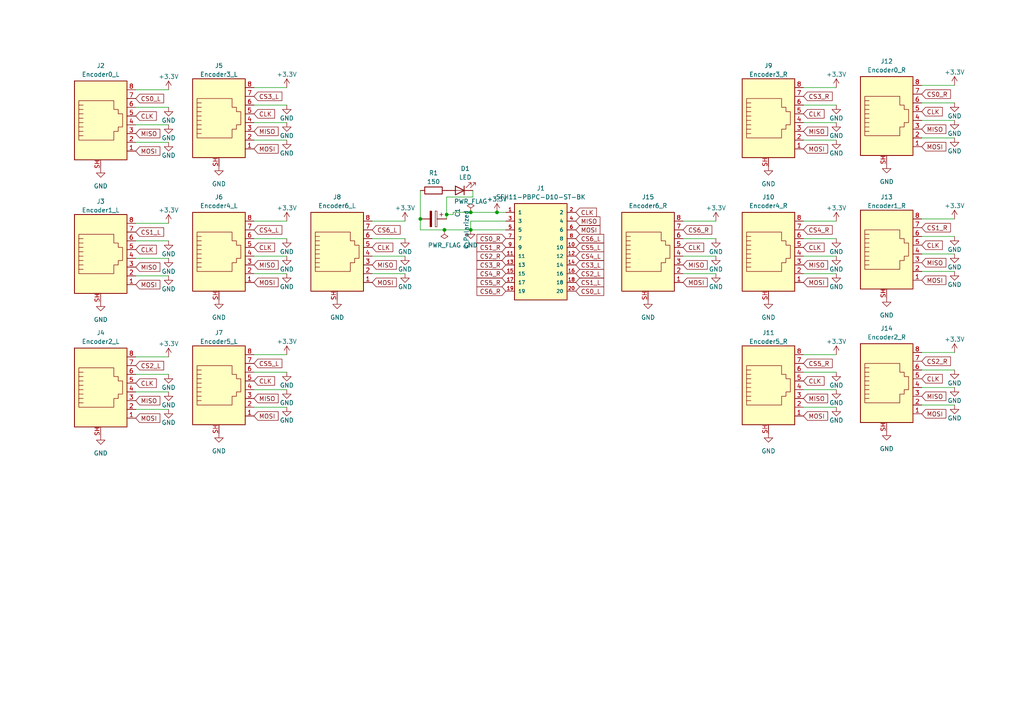
<source format=kicad_sch>
(kicad_sch (version 20230121) (generator eeschema)
  (paper "A4")
  (lib_symbols
    (symbol "Connector:RJ45_Shielded" (pin_names (offset 1.016))
      (property "Reference" "J" (at -5.08 13.97 0))
      (property "Value" "RJ45_Shielded" (at 2.54 13.97 0))
      (symbol "RJ45_Shielded_0_1"
        (polyline (pts (xy -5.08 4.445) (xy -6.35 4.445)))
        (polyline (pts (xy -5.08 5.715) (xy -6.35 5.715)))
        (polyline (pts (xy -6.35 -3.175) (xy -5.08 -3.175) (xy -5.08 -3.175)))
        (polyline (pts (xy -6.35 -1.905) (xy -5.08 -1.905) (xy -5.08 -1.905)))
        (polyline (pts (xy -6.35 -0.635) (xy -5.08 -0.635) (xy -5.08 -0.635)))
        (polyline (pts (xy -6.35 0.635) (xy -5.08 0.635) (xy -5.08 0.635)))
        (polyline (pts (xy -6.35 1.905) (xy -5.08 1.905) (xy -5.08 1.905)))
        (polyline (pts (xy -5.08 3.175) (xy -6.35 3.175) (xy -6.35 3.175)))
        (polyline (pts (xy -6.35 -4.445) (xy -6.35 6.985) (xy 3.81 6.985) (xy 3.81 4.445) (xy 5.08 4.445) (xy 5.08 3.175) (xy 6.35 3.175) (xy 6.35 -0.635) (xy 5.08 -0.635) (xy 5.08 -1.905) (xy 3.81 -1.905) (xy 3.81 -4.445) (xy -6.35 -4.445) (xy -6.35 -4.445)))
        (rectangle (start 7.62 12.7) (end -7.62 -10.16) (stroke (width 0.254)) (fill (type background)))
      )
      (symbol "RJ45_Shielded_1_1"
        (pin passive line (at 10.16 -7.62 180) (length 2.54) (name "~") (number "1"))
        (pin passive line (at 10.16 -5.08 180) (length 2.54) (name "~") (number "2"))
        (pin passive line (at 10.16 -2.54 180) (length 2.54) (name "~") (number "3"))
        (pin passive line (at 10.16 0 180) (length 2.54) (name "~") (number "4"))
        (pin passive line (at 10.16 2.54 180) (length 2.54) (name "~") (number "5"))
        (pin passive line (at 10.16 5.08 180) (length 2.54) (name "~") (number "6"))
        (pin passive line (at 10.16 7.62 180) (length 2.54) (name "~") (number "7"))
        (pin passive line (at 10.16 10.16 180) (length 2.54) (name "~") (number "8"))
        (pin passive line (at 0 -12.7 90) (length 2.54) (name "~") (number "SH"))
      )
    )
    (symbol "Device:C_Polarized" (pin_numbers hide) (pin_names (offset 0.254))
      (property "Reference" "C" (at 0.635 2.54 0))
      (property "Value" "C_Polarized" (at 0.635 -2.54 0))
      (symbol "C_Polarized_0_1"
        (rectangle (start -2.286 0.508) (end 2.286 1.016))
        (polyline (pts (xy -1.778 2.286) (xy -0.762 2.286)))
        (polyline (pts (xy -1.27 2.794) (xy -1.27 1.778)))
        (rectangle (start 2.286 -0.508) (end -2.286 -1.016) (fill (type outline)))
      )
      (symbol "C_Polarized_1_1"
        (pin passive line (at 0 3.81 270) (length 2.794) (name "~") (number "1"))
        (pin passive line (at 0 -3.81 90) (length 2.794) (name "~") (number "2"))
      )
    )
    (symbol "Device:LED" (pin_numbers hide) (pin_names (offset 1.016) hide)
      (property "Reference" "D" (at 0 2.54 0))
      (property "Value" "LED" (at 0 -2.54 0))
      (symbol "LED_0_1"
        (polyline (pts (xy -1.27 -1.27) (xy -1.27 1.27)) (stroke (width 0.254)))
        (polyline (pts (xy -1.27 0) (xy 1.27 0)))
        (polyline (pts (xy 1.27 -1.27) (xy 1.27 1.27) (xy -1.27 0) (xy 1.27 -1.27)) (stroke (width 0.254)))
        (polyline (pts (xy -3.048 -0.762) (xy -4.572 -2.286) (xy -3.81 -2.286) (xy -4.572 -2.286) (xy -4.572 -1.524)))
        (polyline (pts (xy -1.778 -0.762) (xy -3.302 -2.286) (xy -2.54 -2.286) (xy -3.302 -2.286) (xy -3.302 -1.524)))
      )
      (symbol "LED_1_1"
        (pin passive line (at -3.81 0 0) (length 2.54) (name "K") (number "1"))
        (pin passive line (at 3.81 0 180) (length 2.54) (name "A") (number "2"))
      )
    )
    (symbol "Device:R" (pin_numbers hide) (pin_names (offset 0))
      (property "Reference" "R" (at 2.032 0 90))
      (property "Value" "R" (at 0 0 90))
      (symbol "R_0_1"
        (rectangle (start -1.016 -2.54) (end 1.016 2.54) (stroke (width 0.254)))
      )
      (symbol "R_1_1"
        (pin passive line (at 0 3.81 270) (length 1.27) (name "~") (number "1"))
        (pin passive line (at 0 -3.81 90) (length 1.27) (name "~") (number "2"))
      )
    )
    (symbol "SFH11:SFH11-PBPC-D10-ST-BK" (pin_names (offset 1.016))
      (property "Reference" "J" (at -7.6254 15.7591 0))
      (property "Value" "SFH11-PBPC-D10-ST-BK" (at -7.6295 -15.259 0))
      (symbol "SFH11-PBPC-D10-ST-BK_0_0"
        (rectangle (start -7.62 -12.7) (end 7.62 15.24) (stroke (width 0.254)) (fill (type background)))
        (pin passive line (at -10.16 12.7 0) (length 2.54) (name "1") (number "1"))
        (pin passive line (at 10.16 2.54 180) (length 2.54) (name "10") (number "10"))
        (pin passive line (at -10.16 0 0) (length 2.54) (name "11") (number "11"))
        (pin passive line (at 10.16 0 180) (length 2.54) (name "12") (number "12"))
        (pin passive line (at -10.16 -2.54 0) (length 2.54) (name "13") (number "13"))
        (pin passive line (at 10.16 -2.54 180) (length 2.54) (name "14") (number "14"))
        (pin passive line (at -10.16 -5.08 0) (length 2.54) (name "15") (number "15"))
        (pin passive line (at 10.16 -5.08 180) (length 2.54) (name "16") (number "16"))
        (pin passive line (at -10.16 -7.62 0) (length 2.54) (name "17") (number "17"))
        (pin passive line (at 10.16 -7.62 180) (length 2.54) (name "18") (number "18"))
        (pin passive line (at -10.16 -10.16 0) (length 2.54) (name "19") (number "19"))
        (pin passive line (at 10.16 12.7 180) (length 2.54) (name "2") (number "2"))
        (pin passive line (at 10.16 -10.16 180) (length 2.54) (name "20") (number "20"))
        (pin passive line (at -10.16 10.16 0) (length 2.54) (name "3") (number "3"))
        (pin passive line (at 10.16 10.16 180) (length 2.54) (name "4") (number "4"))
        (pin passive line (at -10.16 7.62 0) (length 2.54) (name "5") (number "5"))
        (pin passive line (at 10.16 7.62 180) (length 2.54) (name "6") (number "6"))
        (pin passive line (at -10.16 5.08 0) (length 2.54) (name "7") (number "7"))
        (pin passive line (at 10.16 5.08 180) (length 2.54) (name "8") (number "8"))
        (pin passive line (at -10.16 2.54 0) (length 2.54) (name "9") (number "9"))
      )
    )
    (symbol "power:+3.3V" (power) (pin_names (offset 0))
      (property "Value" "+3.3V" (at 0 3.556 0))
      (symbol "+3.3V_0_1"
        (polyline (pts (xy -0.762 1.27) (xy 0 2.54)))
        (polyline (pts (xy 0 0) (xy 0 2.54)))
        (polyline (pts (xy 0 2.54) (xy 0.762 1.27)))
      )
      (symbol "+3.3V_1_1"
        (pin power_in line (at 0 0 90) (length 0) hide (name "+3.3V") (number "1"))
      )
    )
    (symbol "power:GND" (power) (pin_names (offset 0))
      (property "Value" "GND" (at 0 -3.81 0))
      (symbol "GND_0_1"
        (polyline (pts (xy 0 0) (xy 0 -1.27) (xy 1.27 -1.27) (xy 0 -2.54) (xy -1.27 -1.27) (xy 0 -1.27)))
      )
      (symbol "GND_1_1"
        (pin power_in line (at 0 0 270) (length 0) hide (name "GND") (number "1"))
      )
    )
    (symbol "power:PWR_FLAG" (power) (pin_numbers hide) (pin_names (offset 0) hide)
      (property "Value" "PWR_FLAG" (at 0 3.81 0))
      (symbol "PWR_FLAG_0_0"
        (pin power_out line (at 0 0 90) (length 0) (name "pwr") (number "1"))
      )
      (symbol "PWR_FLAG_0_1"
        (polyline (pts (xy 0 0) (xy 0 1.27) (xy -1.016 1.905) (xy 0 2.54) (xy 1.016 1.905) (xy 0 1.27)))
      )
    )
  )
  (junction (at 144.145 61.595))
  (junction (at 129.54 62.23))
  (junction (at 128.905 66.675))
  (junction (at 136.525 61.595))
  (junction (at 121.92 63.5))
  (junction (at 136.525 66.675))
  (wire (pts (xy 137.16 57.15) (xy 129.54 57.15)))
  (wire (pts (xy 39.37 80.01) (xy 48.895 80.01)))
  (wire (pts (xy 39.37 26.035) (xy 48.895 26.035)))
  (wire (pts (xy 233.045 74.295) (xy 242.57 74.295)))
  (wire (pts (xy 136.525 66.675) (xy 136.525 64.135)))
  (wire (pts (xy 233.045 113.03) (xy 242.57 113.03)))
  (wire (pts (xy 267.335 102.235) (xy 276.86 102.235)))
  (wire (pts (xy 73.66 107.95) (xy 83.185 107.95)))
  (wire (pts (xy 121.92 63.5) (xy 121.92 66.675)))
  (wire (pts (xy 129.54 57.15) (xy 129.54 62.23)))
  (wire (pts (xy 73.66 74.295) (xy 83.185 74.295)))
  (wire (pts (xy 267.335 112.395) (xy 276.86 112.395)))
  (wire (pts (xy 267.335 29.845) (xy 276.86 29.845)))
  (wire (pts (xy 233.045 30.48) (xy 242.57 30.48)))
  (wire (pts (xy 233.045 35.56) (xy 242.57 35.56)))
  (wire (pts (xy 198.12 74.295) (xy 207.645 74.295)))
  (wire (pts (xy 39.37 36.195) (xy 48.895 36.195)))
  (wire (pts (xy 73.66 118.11) (xy 83.185 118.11)))
  (wire (pts (xy 39.37 64.77) (xy 48.895 64.77)))
  (wire (pts (xy 73.66 69.215) (xy 83.185 69.215)))
  (wire (pts (xy 73.66 35.56) (xy 83.185 35.56)))
  (wire (pts (xy 39.37 113.665) (xy 48.895 113.665)))
  (wire (pts (xy 198.12 69.215) (xy 207.645 69.215)))
  (wire (pts (xy 107.95 64.135) (xy 117.475 64.135)))
  (wire (pts (xy 198.12 79.375) (xy 207.645 79.375)))
  (wire (pts (xy 107.95 79.375) (xy 117.475 79.375)))
  (wire (pts (xy 233.045 64.135) (xy 242.57 64.135)))
  (wire (pts (xy 73.66 79.375) (xy 83.185 79.375)))
  (wire (pts (xy 73.66 113.03) (xy 83.185 113.03)))
  (wire (pts (xy 267.335 78.74) (xy 276.86 78.74)))
  (wire (pts (xy 131.445 62.23) (xy 131.445 61.595)))
  (wire (pts (xy 233.045 107.95) (xy 242.57 107.95)))
  (wire (pts (xy 121.92 55.245) (xy 121.92 63.5)))
  (wire (pts (xy 233.045 69.215) (xy 242.57 69.215)))
  (wire (pts (xy 107.95 69.215) (xy 117.475 69.215)))
  (wire (pts (xy 267.335 107.315) (xy 276.86 107.315)))
  (wire (pts (xy 267.335 63.5) (xy 276.86 63.5)))
  (wire (pts (xy 136.525 64.135) (xy 146.685 64.135)))
  (wire (pts (xy 129.54 62.23) (xy 131.445 62.23)))
  (wire (pts (xy 39.37 103.505) (xy 48.895 103.505)))
  (wire (pts (xy 233.045 25.4) (xy 242.57 25.4)))
  (wire (pts (xy 136.525 61.595) (xy 144.145 61.595)))
  (wire (pts (xy 128.905 66.675) (xy 121.92 66.675)))
  (wire (pts (xy 107.95 74.295) (xy 117.475 74.295)))
  (wire (pts (xy 39.37 69.85) (xy 48.895 69.85)))
  (wire (pts (xy 136.525 66.675) (xy 146.685 66.675)))
  (wire (pts (xy 39.37 74.93) (xy 48.895 74.93)))
  (wire (pts (xy 137.16 55.245) (xy 137.16 57.15)))
  (wire (pts (xy 73.66 102.87) (xy 83.185 102.87)))
  (wire (pts (xy 39.37 31.115) (xy 48.895 31.115)))
  (wire (pts (xy 267.335 68.58) (xy 276.86 68.58)))
  (wire (pts (xy 233.045 118.11) (xy 242.57 118.11)))
  (wire (pts (xy 131.445 61.595) (xy 136.525 61.595)))
  (wire (pts (xy 39.37 108.585) (xy 48.895 108.585)))
  (wire (pts (xy 73.66 64.135) (xy 83.185 64.135)))
  (wire (pts (xy 39.37 41.275) (xy 48.895 41.275)))
  (wire (pts (xy 233.045 40.64) (xy 242.57 40.64)))
  (wire (pts (xy 267.335 117.475) (xy 276.86 117.475)))
  (wire (pts (xy 39.37 118.745) (xy 48.895 118.745)))
  (wire (pts (xy 144.145 61.595) (xy 146.685 61.595)))
  (wire (pts (xy 233.045 79.375) (xy 242.57 79.375)))
  (wire (pts (xy 129.54 63.5) (xy 129.54 62.23)))
  (wire (pts (xy 267.335 24.765) (xy 276.86 24.765)))
  (wire (pts (xy 198.12 64.135) (xy 207.645 64.135)))
  (wire (pts (xy 128.905 66.675) (xy 136.525 66.675)))
  (wire (pts (xy 267.335 40.005) (xy 276.86 40.005)))
  (wire (pts (xy 267.335 34.925) (xy 276.86 34.925)))
  (wire (pts (xy 73.66 30.48) (xy 83.185 30.48)))
  (wire (pts (xy 73.66 40.64) (xy 83.185 40.64)))
  (wire (pts (xy 267.335 73.66) (xy 276.86 73.66)))
  (wire (pts (xy 73.66 25.4) (xy 83.185 25.4)))
  (wire (pts (xy 233.045 102.87) (xy 242.57 102.87)))
  (global_label "MISO" (shape input) (at 73.66 38.1 0) (property "Intersheetrefs" "${INTERSHEET_REFS}" (effects hide)))
  (global_label "CS0_L" (shape input) (at 39.37 28.575 0) (property "Intersheetrefs" "${INTERSHEET_REFS}" (effects hide)))
  (global_label "MISO" (shape input) (at 267.335 114.935 0) (property "Intersheetrefs" "${INTERSHEET_REFS}" (effects hide)))
  (global_label "CLK" (shape input) (at 198.12 71.755 0) (property "Intersheetrefs" "${INTERSHEET_REFS}" (effects hide)))
  (global_label "MOSI" (shape input) (at 233.045 120.65 0) (property "Intersheetrefs" "${INTERSHEET_REFS}" (effects hide)))
  (global_label "MISO" (shape input) (at 73.66 115.57 0) (property "Intersheetrefs" "${INTERSHEET_REFS}" (effects hide)))
  (global_label "MOSI" (shape input) (at 73.66 120.65 0) (property "Intersheetrefs" "${INTERSHEET_REFS}" (effects hide)))
  (global_label "CS3_L" (shape input) (at 167.005 76.835 0) (property "Intersheetrefs" "${INTERSHEET_REFS}" (effects hide)))
  (global_label "CLK" (shape input) (at 73.66 33.02 0) (property "Intersheetrefs" "${INTERSHEET_REFS}" (effects hide)))
  (global_label "CS4_R" (shape input) (at 233.045 66.675 0) (property "Intersheetrefs" "${INTERSHEET_REFS}" (effects hide)))
  (global_label "MISO" (shape input) (at 198.12 76.835 0) (property "Intersheetrefs" "${INTERSHEET_REFS}" (effects hide)))
  (global_label "CS5_R" (shape input) (at 233.045 105.41 0) (property "Intersheetrefs" "${INTERSHEET_REFS}" (effects hide)))
  (global_label "CS1_L" (shape input) (at 39.37 67.31 0) (property "Intersheetrefs" "${INTERSHEET_REFS}" (effects hide)))
  (global_label "CLK" (shape input) (at 73.66 71.755 0) (property "Intersheetrefs" "${INTERSHEET_REFS}" (effects hide)))
  (global_label "CS2_R" (shape input) (at 267.335 104.775 0) (property "Intersheetrefs" "${INTERSHEET_REFS}" (effects hide)))
  (global_label "CLK" (shape input) (at 167.005 61.595 0) (property "Intersheetrefs" "${INTERSHEET_REFS}" (effects hide)))
  (global_label "CS2_R" (shape input) (at 146.685 74.295 180) (property "Intersheetrefs" "${INTERSHEET_REFS}" (effects hide)))
  (global_label "MOSI" (shape input) (at 233.045 81.915 0) (property "Intersheetrefs" "${INTERSHEET_REFS}" (effects hide)))
  (global_label "MISO" (shape input) (at 39.37 38.735 0) (property "Intersheetrefs" "${INTERSHEET_REFS}" (effects hide)))
  (global_label "CS5_L" (shape input) (at 73.66 105.41 0) (property "Intersheetrefs" "${INTERSHEET_REFS}" (effects hide)))
  (global_label "CS1_R" (shape input) (at 267.335 66.04 0) (property "Intersheetrefs" "${INTERSHEET_REFS}" (effects hide)))
  (global_label "MOSI" (shape input) (at 39.37 82.55 0) (property "Intersheetrefs" "${INTERSHEET_REFS}" (effects hide)))
  (global_label "CS3_R" (shape input) (at 233.045 27.94 0) (property "Intersheetrefs" "${INTERSHEET_REFS}" (effects hide)))
  (global_label "MISO" (shape input) (at 233.045 38.1 0) (property "Intersheetrefs" "${INTERSHEET_REFS}" (effects hide)))
  (global_label "MISO" (shape input) (at 267.335 37.465 0) (property "Intersheetrefs" "${INTERSHEET_REFS}" (effects hide)))
  (global_label "MOSI" (shape input) (at 107.95 81.915 0) (property "Intersheetrefs" "${INTERSHEET_REFS}" (effects hide)))
  (global_label "CS3_L" (shape input) (at 73.66 27.94 0) (property "Intersheetrefs" "${INTERSHEET_REFS}" (effects hide)))
  (global_label "MISO" (shape input) (at 39.37 77.47 0) (property "Intersheetrefs" "${INTERSHEET_REFS}" (effects hide)))
  (global_label "CS4_R" (shape input) (at 146.685 79.375 180) (property "Intersheetrefs" "${INTERSHEET_REFS}" (effects hide)))
  (global_label "CLK" (shape input) (at 39.37 33.655 0) (property "Intersheetrefs" "${INTERSHEET_REFS}" (effects hide)))
  (global_label "CLK" (shape input) (at 233.045 110.49 0) (property "Intersheetrefs" "${INTERSHEET_REFS}" (effects hide)))
  (global_label "MISO" (shape input) (at 233.045 115.57 0) (property "Intersheetrefs" "${INTERSHEET_REFS}" (effects hide)))
  (global_label "CS4_L" (shape input) (at 167.005 74.295 0) (property "Intersheetrefs" "${INTERSHEET_REFS}" (effects hide)))
  (global_label "CLK" (shape input) (at 233.045 33.02 0) (property "Intersheetrefs" "${INTERSHEET_REFS}" (effects hide)))
  (global_label "CLK" (shape input) (at 267.335 32.385 0) (property "Intersheetrefs" "${INTERSHEET_REFS}" (effects hide)))
  (global_label "MISO" (shape input) (at 39.37 116.205 0) (property "Intersheetrefs" "${INTERSHEET_REFS}" (effects hide)))
  (global_label "CLK" (shape input) (at 267.335 109.855 0) (property "Intersheetrefs" "${INTERSHEET_REFS}" (effects hide)))
  (global_label "CS6_R" (shape input) (at 146.685 84.455 180) (property "Intersheetrefs" "${INTERSHEET_REFS}" (effects hide)))
  (global_label "CS1_R" (shape input) (at 146.685 71.755 180) (property "Intersheetrefs" "${INTERSHEET_REFS}" (effects hide)))
  (global_label "CLK" (shape input) (at 267.335 71.12 0) (property "Intersheetrefs" "${INTERSHEET_REFS}" (effects hide)))
  (global_label "MISO" (shape input) (at 73.66 76.835 0) (property "Intersheetrefs" "${INTERSHEET_REFS}" (effects hide)))
  (global_label "CLK" (shape input) (at 39.37 111.125 0) (property "Intersheetrefs" "${INTERSHEET_REFS}" (effects hide)))
  (global_label "CS0_R" (shape input) (at 267.335 27.305 0) (property "Intersheetrefs" "${INTERSHEET_REFS}" (effects hide)))
  (global_label "MOSI" (shape input) (at 267.335 120.015 0) (property "Intersheetrefs" "${INTERSHEET_REFS}" (effects hide)))
  (global_label "MISO" (shape input) (at 267.335 76.2 0) (property "Intersheetrefs" "${INTERSHEET_REFS}" (effects hide)))
  (global_label "CS0_R" (shape input) (at 146.685 69.215 180) (property "Intersheetrefs" "${INTERSHEET_REFS}" (effects hide)))
  (global_label "CS6_L" (shape input) (at 107.95 66.675 0) (property "Intersheetrefs" "${INTERSHEET_REFS}" (effects hide)))
  (global_label "CS5_L" (shape input) (at 167.005 71.755 0) (property "Intersheetrefs" "${INTERSHEET_REFS}" (effects hide)))
  (global_label "MOSI" (shape input) (at 267.335 81.28 0) (property "Intersheetrefs" "${INTERSHEET_REFS}" (effects hide)))
  (global_label "MOSI" (shape input) (at 73.66 81.915 0) (property "Intersheetrefs" "${INTERSHEET_REFS}" (effects hide)))
  (global_label "CS3_R" (shape input) (at 146.685 76.835 180) (property "Intersheetrefs" "${INTERSHEET_REFS}" (effects hide)))
  (global_label "MOSI" (shape input) (at 167.005 66.675 0) (property "Intersheetrefs" "${INTERSHEET_REFS}" (effects hide)))
  (global_label "CS2_L" (shape input) (at 167.005 79.375 0) (property "Intersheetrefs" "${INTERSHEET_REFS}" (effects hide)))
  (global_label "CLK" (shape input) (at 39.37 72.39 0) (property "Intersheetrefs" "${INTERSHEET_REFS}" (effects hide)))
  (global_label "CS2_L" (shape input) (at 39.37 106.045 0) (property "Intersheetrefs" "${INTERSHEET_REFS}" (effects hide)))
  (global_label "MOSI" (shape input) (at 198.12 81.915 0) (property "Intersheetrefs" "${INTERSHEET_REFS}" (effects hide)))
  (global_label "CS0_L" (shape input) (at 167.005 84.455 0) (property "Intersheetrefs" "${INTERSHEET_REFS}" (effects hide)))
  (global_label "CS1_L" (shape input) (at 167.005 81.915 0) (property "Intersheetrefs" "${INTERSHEET_REFS}" (effects hide)))
  (global_label "MOSI" (shape input) (at 267.335 42.545 0) (property "Intersheetrefs" "${INTERSHEET_REFS}" (effects hide)))
  (global_label "CLK" (shape input) (at 107.95 71.755 0) (property "Intersheetrefs" "${INTERSHEET_REFS}" (effects hide)))
  (global_label "MOSI" (shape input) (at 39.37 43.815 0) (property "Intersheetrefs" "${INTERSHEET_REFS}" (effects hide)))
  (global_label "MISO" (shape input) (at 167.005 64.135 0) (property "Intersheetrefs" "${INTERSHEET_REFS}" (effects hide)))
  (global_label "CS4_L" (shape input) (at 73.66 66.675 0) (property "Intersheetrefs" "${INTERSHEET_REFS}" (effects hide)))
  (global_label "MISO" (shape input) (at 107.95 76.835 0) (property "Intersheetrefs" "${INTERSHEET_REFS}" (effects hide)))
  (global_label "CS6_L" (shape input) (at 167.005 69.215 0) (property "Intersheetrefs" "${INTERSHEET_REFS}" (effects hide)))
  (global_label "MOSI" (shape input) (at 39.37 121.285 0) (property "Intersheetrefs" "${INTERSHEET_REFS}" (effects hide)))
  (global_label "MISO" (shape input) (at 233.045 76.835 0) (property "Intersheetrefs" "${INTERSHEET_REFS}" (effects hide)))
  (global_label "CS5_R" (shape input) (at 146.685 81.915 180) (property "Intersheetrefs" "${INTERSHEET_REFS}" (effects hide)))
  (global_label "MOSI" (shape input) (at 73.66 43.18 0) (property "Intersheetrefs" "${INTERSHEET_REFS}" (effects hide)))
  (global_label "CLK" (shape input) (at 233.045 71.755 0) (property "Intersheetrefs" "${INTERSHEET_REFS}" (effects hide)))
  (global_label "CS6_R" (shape input) (at 198.12 66.675 0) (property "Intersheetrefs" "${INTERSHEET_REFS}" (effects hide)))
  (global_label "CLK" (shape input) (at 73.66 110.49 0) (property "Intersheetrefs" "${INTERSHEET_REFS}" (effects hide)))
  (global_label "MOSI" (shape input) (at 233.045 43.18 0) (property "Intersheetrefs" "${INTERSHEET_REFS}" (effects hide)))
  (symbol (lib_id "Connector:RJ45_Shielded") (at 63.5 74.295 0) (unit 1)
    (property "Reference" "J6" (at 63.5 57.15 0))
    (property "Value" "Encoder4_L" (at 63.5 59.69 0))
    (property "Footprint" "Connector_RJ:RJ45_Ninigi_GE" (effects hide))
  )
  (symbol (lib_id "power:GND") (at 207.645 79.375 0) (unit 1)
    (property "Reference" "#PWR072" (effects hide))
    (property "Value" "GND" (at 207.645 83.185 0))
  )
  (symbol (lib_id "Connector:RJ45_Shielded") (at 63.5 35.56 0) (unit 1)
    (property "Reference" "J5" (at 63.5 19.05 0))
    (property "Value" "Encoder3_L" (at 63.5 21.59 0))
    (property "Footprint" "Connector_RJ:RJ45_Ninigi_GE" (effects hide))
  )
  (symbol (lib_id "power:GND") (at 276.86 78.74 0) (unit 1)
    (property "Reference" "#PWR063" (effects hide))
    (property "Value" "GND" (at 276.86 82.55 0))
  )
  (symbol (lib_id "power:GND") (at 242.57 118.11 0) (unit 1)
    (property "Reference" "#PWR052" (effects hide))
    (property "Value" "GND" (at 242.57 121.92 0))
  )
  (symbol (lib_id "SFH11:SFH11-PBPC-D10-ST-BK") (at 156.845 74.295 0) (unit 1)
    (property "Reference" "J1" (at 156.845 54.61 0))
    (property "Value" "SFH11-PBPC-D10-ST-BK" (at 156.845 57.15 0))
    (property "Footprint" "SFH11-PBPC-D10-ST-BK:SULLINS_SFH11-PBPC-D10-ST-BK" (effects hide))
    (property "PARTREV" "C" (effects hide))
    (property "MANUFACTURER" "Sullins Connector Solutions" (effects hide))
    (property "STANDARD" "Manufacturer Recommendations" (effects hide))
  )
  (symbol (lib_id "power:GND") (at 242.57 74.295 0) (unit 1)
    (property "Reference" "#PWR047" (effects hide))
    (property "Value" "GND" (at 242.57 78.105 0))
  )
  (symbol (lib_id "power:GND") (at 222.885 48.26 0) (unit 1)
    (property "Reference" "#PWR038" (effects hide))
    (property "Value" "GND" (at 222.885 53.34 0))
  )
  (symbol (lib_id "power:GND") (at 48.895 74.93 0) (unit 1)
    (property "Reference" "#PWR011" (effects hide))
    (property "Value" "GND" (at 48.895 78.74 0))
  )
  (symbol (lib_id "power:GND") (at 242.57 35.56 0) (unit 1)
    (property "Reference" "#PWR043" (effects hide))
    (property "Value" "GND" (at 242.57 39.37 0))
  )
  (symbol (lib_id "power:+3.3V") (at 83.185 64.135 0) (unit 1)
    (property "Reference" "#PWR025" (effects hide))
    (property "Value" "+3.3V" (at 83.185 60.325 0))
  )
  (symbol (lib_id "power:GND") (at 276.86 112.395 0) (unit 1)
    (property "Reference" "#PWR066" (effects hide))
    (property "Value" "GND" (at 276.86 116.205 0))
  )
  (symbol (lib_id "power:+3.3V") (at 48.895 26.035 0) (unit 1)
    (property "Reference" "#PWR05" (effects hide))
    (property "Value" "+3.3V" (at 48.895 22.225 0))
  )
  (symbol (lib_id "power:GND") (at 48.895 36.195 0) (unit 1)
    (property "Reference" "#PWR03" (effects hide))
    (property "Value" "GND" (at 48.895 40.005 0))
  )
  (symbol (lib_id "power:GND") (at 48.895 31.115 0) (unit 1)
    (property "Reference" "#PWR04" (effects hide))
    (property "Value" "GND" (at 48.895 34.925 0))
  )
  (symbol (lib_id "Connector:RJ45_Shielded") (at 257.175 73.66 0) (unit 1)
    (property "Reference" "J13" (at 257.175 57.15 0))
    (property "Value" "Encoder1_R" (at 257.175 59.69 0))
    (property "Footprint" "Connector_RJ:RJ45_Ninigi_GE" (effects hide))
  )
  (symbol (lib_id "power:GND") (at 29.21 48.895 0) (unit 1)
    (property "Reference" "#PWR01" (effects hide))
    (property "Value" "GND" (at 29.21 53.975 0))
  )
  (symbol (lib_id "power:GND") (at 276.86 73.66 0) (unit 1)
    (property "Reference" "#PWR062" (effects hide))
    (property "Value" "GND" (at 276.86 77.47 0))
  )
  (symbol (lib_id "power:GND") (at 29.21 87.63 0) (unit 1)
    (property "Reference" "#PWR08" (effects hide))
    (property "Value" "GND" (at 29.21 92.71 0))
  )
  (symbol (lib_id "Device:LED") (at 133.35 55.245 180) (unit 1)
    (property "Reference" "D1" (at 134.9375 48.895 0))
    (property "Value" "LED" (at 134.9375 51.435 0))
    (property "Footprint" "Diode_SMD:D_1206_3216Metric_Pad1.42x1.75mm_HandSolder" (effects hide))
  )
  (symbol (lib_id "power:GND") (at 83.185 69.215 0) (unit 1)
    (property "Reference" "#PWR026" (effects hide))
    (property "Value" "GND" (at 83.185 73.025 0))
  )
  (symbol (lib_id "power:+3.3V") (at 48.895 64.77 0) (unit 1)
    (property "Reference" "#PWR09" (effects hide))
    (property "Value" "+3.3V" (at 48.895 60.96 0))
  )
  (symbol (lib_id "power:GND") (at 83.185 107.95 0) (unit 1)
    (property "Reference" "#PWR030" (effects hide))
    (property "Value" "GND" (at 83.185 111.76 0))
  )
  (symbol (lib_id "power:GND") (at 63.5 48.26 0) (unit 1)
    (property "Reference" "#PWR018" (effects hide))
    (property "Value" "GND" (at 63.5 53.34 0))
  )
  (symbol (lib_id "Connector:RJ45_Shielded") (at 257.175 34.925 0) (unit 1)
    (property "Reference" "J12" (at 257.175 17.78 0))
    (property "Value" "Encoder0_R" (at 257.175 20.32 0))
    (property "Footprint" "Connector_RJ:RJ45_Ninigi_GE" (effects hide))
  )
  (symbol (lib_id "power:+3.3V") (at 117.475 64.135 0) (unit 1)
    (property "Reference" "#PWR034" (effects hide))
    (property "Value" "+3.3V" (at 117.475 60.325 0))
  )
  (symbol (lib_id "power:GND") (at 63.5 86.995 0) (unit 1)
    (property "Reference" "#PWR019" (effects hide))
    (property "Value" "GND" (at 63.5 92.075 0))
  )
  (symbol (lib_id "Connector:RJ45_Shielded") (at 29.21 113.665 0) (unit 1)
    (property "Reference" "J4" (at 29.21 96.52 0))
    (property "Value" "Encoder2_L" (at 29.21 99.06 0))
    (property "Footprint" "Connector_RJ:RJ45_Ninigi_GE" (effects hide))
  )
  (symbol (lib_id "power:GND") (at 276.86 29.845 0) (unit 1)
    (property "Reference" "#PWR057" (effects hide))
    (property "Value" "GND" (at 276.86 33.655 0))
  )
  (symbol (lib_id "power:GND") (at 83.185 40.64 0) (unit 1)
    (property "Reference" "#PWR024" (effects hide))
    (property "Value" "GND" (at 83.185 44.45 0))
  )
  (symbol (lib_id "power:GND") (at 48.895 69.85 0) (unit 1)
    (property "Reference" "#PWR010" (effects hide))
    (property "Value" "GND" (at 48.895 73.66 0))
  )
  (symbol (lib_id "power:+3.3V") (at 144.145 61.595 0) (unit 1)
    (property "Reference" "#PWR07" (effects hide))
    (property "Value" "+3.3V" (at 144.145 57.785 0))
  )
  (symbol (lib_id "power:+3.3V") (at 242.57 102.87 0) (unit 1)
    (property "Reference" "#PWR049" (effects hide))
    (property "Value" "+3.3V" (at 242.57 99.06 0))
  )
  (symbol (lib_id "power:GND") (at 63.5 125.73 0) (unit 1)
    (property "Reference" "#PWR020" (effects hide))
    (property "Value" "GND" (at 63.5 130.81 0))
  )
  (symbol (lib_id "power:GND") (at 242.57 107.95 0) (unit 1)
    (property "Reference" "#PWR050" (effects hide))
    (property "Value" "GND" (at 242.57 111.76 0))
  )
  (symbol (lib_id "power:GND") (at 242.57 30.48 0) (unit 1)
    (property "Reference" "#PWR042" (effects hide))
    (property "Value" "GND" (at 242.57 34.29 0))
  )
  (symbol (lib_id "Connector:RJ45_Shielded") (at 97.79 74.295 0) (unit 1)
    (property "Reference" "J8" (at 97.79 57.15 0))
    (property "Value" "Encoder6_L" (at 97.79 59.69 0))
    (property "Footprint" "Connector_RJ:RJ45_Ninigi_GE" (effects hide))
  )
  (symbol (lib_id "power:GND") (at 222.885 86.995 0) (unit 1)
    (property "Reference" "#PWR039" (effects hide))
    (property "Value" "GND" (at 222.885 92.075 0))
  )
  (symbol (lib_id "power:GND") (at 242.57 40.64 0) (unit 1)
    (property "Reference" "#PWR044" (effects hide))
    (property "Value" "GND" (at 242.57 44.45 0))
  )
  (symbol (lib_id "power:GND") (at 117.475 69.215 0) (unit 1)
    (property "Reference" "#PWR035" (effects hide))
    (property "Value" "GND" (at 117.475 73.025 0))
  )
  (symbol (lib_id "power:GND") (at 207.645 74.295 0) (unit 1)
    (property "Reference" "#PWR071" (effects hide))
    (property "Value" "GND" (at 207.645 78.105 0))
  )
  (symbol (lib_id "power:GND") (at 48.895 108.585 0) (unit 1)
    (property "Reference" "#PWR015" (effects hide))
    (property "Value" "GND" (at 48.895 112.395 0))
  )
  (symbol (lib_id "power:GND") (at 83.185 30.48 0) (unit 1)
    (property "Reference" "#PWR022" (effects hide))
    (property "Value" "GND" (at 83.185 34.29 0))
  )
  (symbol (lib_id "power:GND") (at 83.185 35.56 0) (unit 1)
    (property "Reference" "#PWR023" (effects hide))
    (property "Value" "GND" (at 83.185 39.37 0))
  )
  (symbol (lib_id "power:GND") (at 48.895 41.275 0) (unit 1)
    (property "Reference" "#PWR02" (effects hide))
    (property "Value" "GND" (at 48.895 45.085 0))
  )
  (symbol (lib_id "power:+3.3V") (at 242.57 25.4 0) (unit 1)
    (property "Reference" "#PWR041" (effects hide))
    (property "Value" "+3.3V" (at 242.57 21.59 0))
  )
  (symbol (lib_id "power:+3.3V") (at 276.86 24.765 0) (unit 1)
    (property "Reference" "#PWR056" (effects hide))
    (property "Value" "+3.3V" (at 276.86 20.955 0))
  )
  (symbol (lib_id "Device:R") (at 125.73 55.245 90) (unit 1)
    (property "Reference" "R1" (at 125.73 50.165 90))
    (property "Value" "150" (at 125.73 52.705 90))
    (property "Footprint" "Resistor_SMD:R_1206_3216Metric_Pad1.30x1.75mm_HandSolder" (effects hide))
  )
  (symbol (lib_id "power:GND") (at 83.185 118.11 0) (unit 1)
    (property "Reference" "#PWR032" (effects hide))
    (property "Value" "GND" (at 83.185 121.92 0))
  )
  (symbol (lib_id "power:GND") (at 48.895 80.01 0) (unit 1)
    (property "Reference" "#PWR012" (effects hide))
    (property "Value" "GND" (at 48.895 83.82 0))
  )
  (symbol (lib_id "power:GND") (at 29.21 126.365 0) (unit 1)
    (property "Reference" "#PWR013" (effects hide))
    (property "Value" "GND" (at 29.21 131.445 0))
  )
  (symbol (lib_id "Connector:RJ45_Shielded") (at 257.175 112.395 0) (unit 1)
    (property "Reference" "J14" (at 257.175 95.25 0))
    (property "Value" "Encoder2_R" (at 257.175 97.79 0))
    (property "Footprint" "Connector_RJ:RJ45_Ninigi_GE" (effects hide))
  )
  (symbol (lib_id "power:GND") (at 276.86 107.315 0) (unit 1)
    (property "Reference" "#PWR065" (effects hide))
    (property "Value" "GND" (at 276.86 111.125 0))
  )
  (symbol (lib_id "power:GND") (at 117.475 74.295 0) (unit 1)
    (property "Reference" "#PWR036" (effects hide))
    (property "Value" "GND" (at 117.475 78.105 0))
  )
  (symbol (lib_id "power:GND") (at 276.86 68.58 0) (unit 1)
    (property "Reference" "#PWR061" (effects hide))
    (property "Value" "GND" (at 276.86 72.39 0))
  )
  (symbol (lib_id "power:GND") (at 242.57 79.375 0) (unit 1)
    (property "Reference" "#PWR048" (effects hide))
    (property "Value" "GND" (at 242.57 83.185 0))
  )
  (symbol (lib_id "power:GND") (at 222.885 125.73 0) (unit 1)
    (property "Reference" "#PWR040" (effects hide))
    (property "Value" "GND" (at 222.885 130.81 0))
  )
  (symbol (lib_id "Connector:RJ45_Shielded") (at 29.21 36.195 0) (unit 1)
    (property "Reference" "J2" (at 29.21 19.05 0))
    (property "Value" "Encoder0_L" (at 29.21 21.59 0))
    (property "Footprint" "Connector_RJ:RJ45_Ninigi_GE" (effects hide))
  )
  (symbol (lib_id "power:GND") (at 97.79 86.995 0) (unit 1)
    (property "Reference" "#PWR033" (effects hide))
    (property "Value" "GND" (at 97.79 92.075 0))
  )
  (symbol (lib_id "power:+3.3V") (at 48.895 103.505 0) (unit 1)
    (property "Reference" "#PWR014" (effects hide))
    (property "Value" "+3.3V" (at 48.895 99.695 0))
  )
  (symbol (lib_id "Device:C_Polarized") (at 125.73 63.5 270) (unit 1)
    (property "Reference" "C1" (at 132.715 60.325 0) (effects (justify left)))
    (property "Value" "C_Polarized" (at 135.255 60.96 0) (effects (justify left)))
    (property "Footprint" "Capacitor_THT:CP_Radial_D10.0mm_P5.00mm" (effects hide))
  )
  (symbol (lib_id "power:GND") (at 257.175 47.625 0) (unit 1)
    (property "Reference" "#PWR053" (effects hide))
    (property "Value" "GND" (at 257.175 52.705 0))
  )
  (symbol (lib_id "power:GND") (at 83.185 74.295 0) (unit 1)
    (property "Reference" "#PWR027" (effects hide))
    (property "Value" "GND" (at 83.185 78.105 0))
  )
  (symbol (lib_id "power:GND") (at 83.185 79.375 0) (unit 1)
    (property "Reference" "#PWR028" (effects hide))
    (property "Value" "GND" (at 83.185 83.185 0))
  )
  (symbol (lib_id "power:+3.3V") (at 242.57 64.135 0) (unit 1)
    (property "Reference" "#PWR045" (effects hide))
    (property "Value" "+3.3V" (at 242.57 60.325 0))
  )
  (symbol (lib_id "power:+3.3V") (at 83.185 25.4 0) (unit 1)
    (property "Reference" "#PWR021" (effects hide))
    (property "Value" "+3.3V" (at 83.185 21.59 0))
  )
  (symbol (lib_id "power:+3.3V") (at 276.86 102.235 0) (unit 1)
    (property "Reference" "#PWR064" (effects hide))
    (property "Value" "+3.3V" (at 276.86 98.425 0))
  )
  (symbol (lib_id "Connector:RJ45_Shielded") (at 63.5 113.03 0) (unit 1)
    (property "Reference" "J7" (at 63.5 96.52 0))
    (property "Value" "Encoder5_L" (at 63.5 99.06 0))
    (property "Footprint" "Connector_RJ:RJ45_Ninigi_GE" (effects hide))
  )
  (symbol (lib_id "power:GND") (at 207.645 69.215 0) (unit 1)
    (property "Reference" "#PWR070" (effects hide))
    (property "Value" "GND" (at 207.645 73.025 0))
  )
  (symbol (lib_id "Connector:RJ45_Shielded") (at 222.885 113.03 0) (unit 1)
    (property "Reference" "J11" (at 222.885 96.52 0))
    (property "Value" "Encoder5_R" (at 222.885 99.06 0))
    (property "Footprint" "Connector_RJ:RJ45_Ninigi_GE" (effects hide))
  )
  (symbol (lib_id "Connector:RJ45_Shielded") (at 222.885 74.295 0) (unit 1)
    (property "Reference" "J10" (at 222.885 57.15 0))
    (property "Value" "Encoder4_R" (at 222.885 59.69 0))
    (property "Footprint" "Connector_RJ:RJ45_Ninigi_GE" (effects hide))
  )
  (symbol (lib_id "power:GND") (at 48.895 118.745 0) (unit 1)
    (property "Reference" "#PWR017" (effects hide))
    (property "Value" "GND" (at 48.895 122.555 0))
  )
  (symbol (lib_id "power:GND") (at 117.475 79.375 0) (unit 1)
    (property "Reference" "#PWR037" (effects hide))
    (property "Value" "GND" (at 117.475 83.185 0))
  )
  (symbol (lib_id "power:GND") (at 276.86 40.005 0) (unit 1)
    (property "Reference" "#PWR059" (effects hide))
    (property "Value" "GND" (at 276.86 43.815 0))
  )
  (symbol (lib_id "Connector:RJ45_Shielded") (at 29.21 74.93 0) (unit 1)
    (property "Reference" "J3" (at 29.21 58.42 0))
    (property "Value" "Encoder1_L" (at 29.21 60.96 0))
    (property "Footprint" "Connector_RJ:RJ45_Ninigi_GE" (effects hide))
  )
  (symbol (lib_id "power:GND") (at 136.525 66.675 0) (unit 1)
    (property "Reference" "#PWR06" (effects hide))
    (property "Value" "GND" (at 136.525 71.12 0))
  )
  (symbol (lib_id "power:+3.3V") (at 83.185 102.87 0) (unit 1)
    (property "Reference" "#PWR029" (effects hide))
    (property "Value" "+3.3V" (at 83.185 99.06 0))
  )
  (symbol (lib_id "power:GND") (at 48.895 113.665 0) (unit 1)
    (property "Reference" "#PWR016" (effects hide))
    (property "Value" "GND" (at 48.895 117.475 0))
  )
  (symbol (lib_id "power:PWR_FLAG") (at 128.905 66.675 180) (unit 1)
    (property "Reference" "#FLG01" (effects hide))
    (property "Value" "PWR_FLAG" (at 128.905 71.12 0))
  )
  (symbol (lib_id "power:GND") (at 83.185 113.03 0) (unit 1)
    (property "Reference" "#PWR031" (effects hide))
    (property "Value" "GND" (at 83.185 116.84 0))
  )
  (symbol (lib_id "power:GND") (at 276.86 117.475 0) (unit 1)
    (property "Reference" "#PWR067" (effects hide))
    (property "Value" "GND" (at 276.86 121.285 0))
  )
  (symbol (lib_id "power:GND") (at 242.57 113.03 0) (unit 1)
    (property "Reference" "#PWR051" (effects hide))
    (property "Value" "GND" (at 242.57 116.84 0))
  )
  (symbol (lib_id "power:GND") (at 242.57 69.215 0) (unit 1)
    (property "Reference" "#PWR046" (effects hide))
    (property "Value" "GND" (at 242.57 73.025 0))
  )
  (symbol (lib_id "Connector:RJ45_Shielded") (at 187.96 74.295 0) (unit 1)
    (property "Reference" "J15" (at 187.96 57.15 0))
    (property "Value" "Encoder6_R" (at 187.96 59.69 0))
    (property "Footprint" "Connector_RJ:RJ45_Ninigi_GE" (effects hide))
  )
  (symbol (lib_id "power:GND") (at 276.86 34.925 0) (unit 1)
    (property "Reference" "#PWR058" (effects hide))
    (property "Value" "GND" (at 276.86 38.735 0))
  )
  (symbol (lib_id "power:+3.3V") (at 276.86 63.5 0) (unit 1)
    (property "Reference" "#PWR060" (effects hide))
    (property "Value" "+3.3V" (at 276.86 59.69 0))
  )
  (symbol (lib_id "power:GND") (at 187.96 86.995 0) (unit 1)
    (property "Reference" "#PWR068" (effects hide))
    (property "Value" "GND" (at 187.96 92.075 0))
  )
  (symbol (lib_id "power:+3.3V") (at 207.645 64.135 0) (unit 1)
    (property "Reference" "#PWR069" (effects hide))
    (property "Value" "+3.3V" (at 207.645 60.325 0))
  )
  (symbol (lib_id "power:GND") (at 257.175 86.36 0) (unit 1)
    (property "Reference" "#PWR054" (effects hide))
    (property "Value" "GND" (at 257.175 91.44 0))
  )
  (symbol (lib_id "Connector:RJ45_Shielded") (at 222.885 35.56 0) (unit 1)
    (property "Reference" "J9" (at 222.885 19.05 0))
    (property "Value" "Encoder3_R" (at 222.885 21.59 0))
    (property "Footprint" "Connector_RJ:RJ45_Ninigi_GE" (effects hide))
  )
  (symbol (lib_id "power:PWR_FLAG") (at 136.525 61.595 0) (unit 1)
    (property "Reference" "#FLG02" (effects hide))
    (property "Value" "PWR_FLAG" (at 136.525 58.42 0))
  )
  (symbol (lib_id "power:GND") (at 257.175 125.095 0) (unit 1)
    (property "Reference" "#PWR055" (effects hide))
    (property "Value" "GND" (at 257.175 130.175 0))
  )
)
</source>
